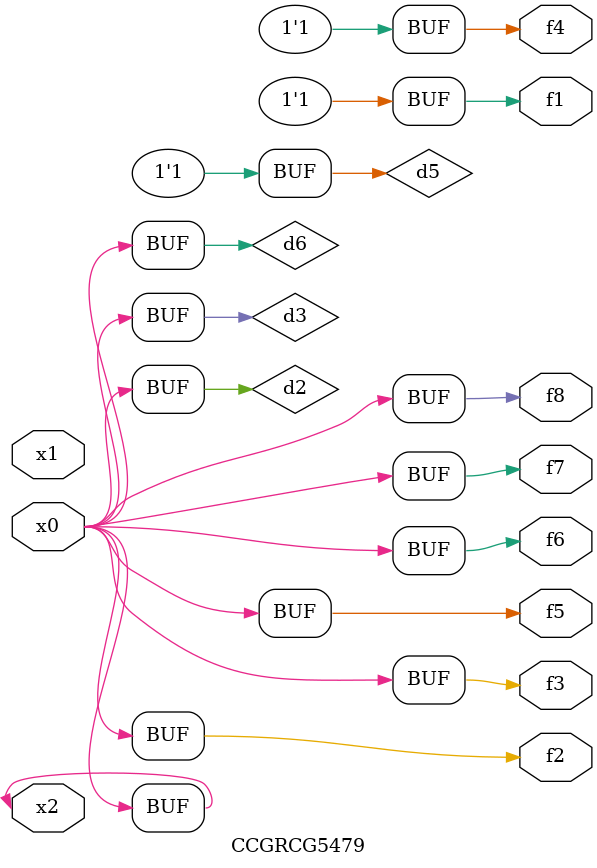
<source format=v>
module CCGRCG5479(
	input x0, x1, x2,
	output f1, f2, f3, f4, f5, f6, f7, f8
);

	wire d1, d2, d3, d4, d5, d6;

	xnor (d1, x2);
	buf (d2, x0, x2);
	and (d3, x0);
	xnor (d4, x1, x2);
	nand (d5, d1, d3);
	buf (d6, d2, d3);
	assign f1 = d5;
	assign f2 = d6;
	assign f3 = d6;
	assign f4 = d5;
	assign f5 = d6;
	assign f6 = d6;
	assign f7 = d6;
	assign f8 = d6;
endmodule

</source>
